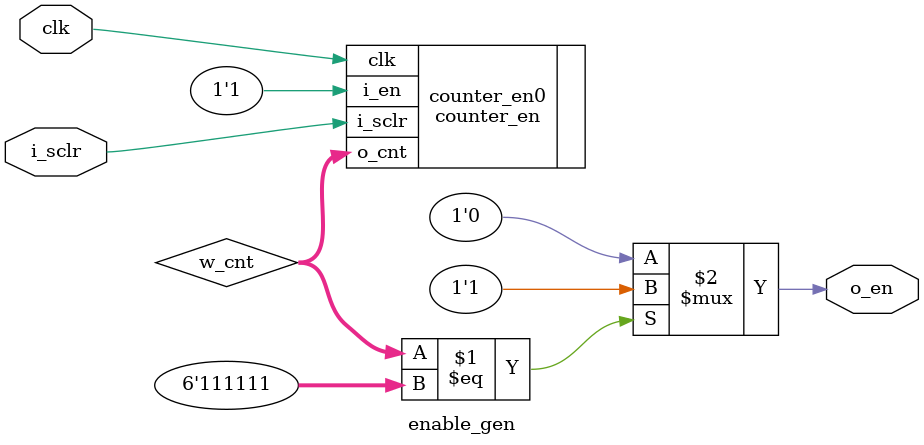
<source format=v>
`ifndef _enable_gen
`define _enable_gen

`include "counter_en.v"

module enable_gen #(
  parameter BIT_SIZE = 6
) (
  input wire clk, i_sclr,
  output wire o_en
);

  wire [BIT_SIZE-1:0] w_cnt;
  counter_en #(BIT_SIZE) counter_en0(
    .clk(clk),
    .i_sclr(i_sclr),
    .i_en(1'b1),
    .o_cnt(w_cnt)
  );

  assign o_en = (w_cnt == {BIT_SIZE{1'b1}}) ? 1'b1 : 1'b0;
endmodule

`endif

</source>
